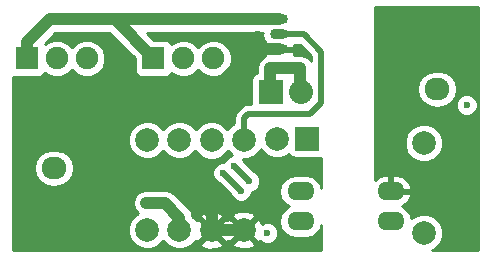
<source format=gbr>
G04 #@! TF.FileFunction,Copper,L2,Bot,Signal*
%FSLAX46Y46*%
G04 Gerber Fmt 4.6, Leading zero omitted, Abs format (unit mm)*
G04 Created by KiCad (PCBNEW 4.0.4-stable) date 01/15/17 13:44:32*
%MOMM*%
%LPD*%
G01*
G04 APERTURE LIST*
%ADD10C,0.100000*%
%ADD11C,0.600000*%
%ADD12O,2.300000X1.600000*%
%ADD13O,1.501140X0.899160*%
%ADD14O,2.100000X1.900000*%
%ADD15C,1.900000*%
%ADD16R,1.900000X1.900000*%
%ADD17R,2.000000X2.000000*%
%ADD18C,2.000000*%
%ADD19R,2.032000X2.032000*%
%ADD20O,2.032000X2.032000*%
%ADD21C,1.998980*%
%ADD22C,1.000000*%
%ADD23C,0.500000*%
%ADD24C,0.250000*%
G04 APERTURE END LIST*
D10*
D11*
X216890000Y-133465000D03*
X220125000Y-136600000D03*
X218665000Y-130265000D03*
X185775000Y-133825000D03*
X209925000Y-135275000D03*
X206875000Y-138475000D03*
X206451200Y-135712200D03*
X210075000Y-141650000D03*
X190475000Y-137550000D03*
X194437000Y-135407400D03*
X193125000Y-133200000D03*
X201725000Y-130650000D03*
X203600000Y-127075000D03*
X185800000Y-128425000D03*
X193850000Y-127450000D03*
X191425000Y-130025000D03*
X205550000Y-123925000D03*
X191000000Y-134800000D03*
X200675000Y-127700000D03*
D12*
X216750000Y-139800000D03*
X216750000Y-137260000D03*
X209130000Y-137260000D03*
X209130000Y-139800000D03*
D11*
X186375000Y-137700000D03*
X222800000Y-140275000D03*
X217600000Y-125925000D03*
X222800000Y-136075000D03*
X223189800Y-129946400D03*
X223175000Y-122825000D03*
X222875000Y-127175000D03*
X222290000Y-132340000D03*
X207391000Y-141757400D03*
X191650000Y-140925000D03*
X186050000Y-130650000D03*
X185925000Y-141150000D03*
X193525000Y-137675000D03*
X199339200Y-135001000D03*
X193750000Y-125350000D03*
X206324200Y-140792200D03*
X193875000Y-130650000D03*
D13*
X207300000Y-123970000D03*
X207300000Y-125240000D03*
X207300000Y-122700000D03*
D11*
X216650000Y-122675000D03*
D14*
X188250000Y-135300000D03*
X188250000Y-140300000D03*
X220700000Y-123600000D03*
X220700000Y-128600000D03*
D15*
X188500000Y-126000000D03*
X191040000Y-126000000D03*
D16*
X185960000Y-126000000D03*
D15*
X199200000Y-126000000D03*
X201740000Y-126000000D03*
D16*
X196660000Y-126000000D03*
D17*
X209700000Y-132800000D03*
D18*
X207160000Y-132800000D03*
D19*
X206600000Y-128850000D03*
D20*
X209140000Y-128850000D03*
D21*
X196164200Y-140538200D03*
X196164200Y-132918200D03*
X219557600Y-140792200D03*
X219557600Y-133172200D03*
X198882000Y-140538200D03*
X198882000Y-132918200D03*
X201599800Y-140563600D03*
X201599800Y-132943600D03*
X204317600Y-140538200D03*
X204317600Y-132918200D03*
D11*
X196088000Y-138226800D03*
X203500000Y-135100000D03*
X204800000Y-136400000D03*
X204100000Y-137200000D03*
X202600000Y-135700000D03*
D22*
X198882000Y-140538200D02*
X198882000Y-139471400D01*
X197637400Y-138226800D02*
X196088000Y-138226800D01*
X198882000Y-139471400D02*
X197637400Y-138226800D01*
X206575000Y-126825000D02*
X206575000Y-128825000D01*
X206575000Y-128825000D02*
X206600000Y-128850000D01*
X209100000Y-126825000D02*
X209100000Y-128810000D01*
X209100000Y-128810000D02*
X209140000Y-128850000D01*
X206575000Y-126825000D02*
X209100000Y-126825000D01*
X209150000Y-128840000D02*
X209140000Y-128850000D01*
X191800000Y-136800000D02*
X191750000Y-136800000D01*
X191750000Y-136800000D02*
X188250000Y-140300000D01*
X199200000Y-136800000D02*
X191800000Y-136800000D01*
X207300000Y-125240000D02*
X205260000Y-125240000D01*
X192200000Y-136400000D02*
X191800000Y-136800000D01*
X192200000Y-133000000D02*
X192200000Y-136400000D01*
X194700000Y-130500000D02*
X192200000Y-133000000D01*
X200000000Y-130500000D02*
X194700000Y-130500000D01*
X205260000Y-125240000D02*
X200000000Y-130500000D01*
X201600000Y-139200000D02*
X199200000Y-136800000D01*
X204300000Y-140500000D02*
X201600000Y-140500000D01*
X201600000Y-140500000D02*
X201600000Y-139200000D01*
X196660000Y-126000000D02*
X196660000Y-125960000D01*
X196660000Y-125960000D02*
X193400000Y-122700000D01*
X185960000Y-126000000D02*
X185960000Y-124640000D01*
X187900000Y-122700000D02*
X193400000Y-122700000D01*
X193400000Y-122700000D02*
X207300000Y-122700000D01*
X185960000Y-124640000D02*
X187900000Y-122700000D01*
D23*
X204700000Y-130700000D02*
X204350000Y-131050000D01*
X204350000Y-131050000D02*
X204350000Y-132830000D01*
X204350000Y-132830000D02*
X204300000Y-132880000D01*
X207300000Y-123970000D02*
X209420000Y-123970000D01*
X209420000Y-123970000D02*
X210900000Y-125450000D01*
X210900000Y-125450000D02*
X210900000Y-129750000D01*
X210900000Y-129750000D02*
X209950000Y-130700000D01*
X209950000Y-130700000D02*
X204700000Y-130700000D01*
X204800000Y-136400000D02*
X203500000Y-135100000D01*
X204100000Y-137200000D02*
X202600000Y-135700000D01*
D24*
G36*
X195072756Y-125963746D02*
X195072756Y-126950000D01*
X195116337Y-127181611D01*
X195253219Y-127394332D01*
X195462076Y-127537038D01*
X195710000Y-127587244D01*
X197610000Y-127587244D01*
X197841611Y-127543663D01*
X198054332Y-127406781D01*
X198186210Y-127213772D01*
X198306669Y-127334441D01*
X198885339Y-127574726D01*
X199511912Y-127575273D01*
X200091000Y-127335999D01*
X200470273Y-126957387D01*
X200846669Y-127334441D01*
X201425339Y-127574726D01*
X202051912Y-127575273D01*
X202631000Y-127335999D01*
X203074441Y-126893331D01*
X203314726Y-126314661D01*
X203315273Y-125688088D01*
X203075999Y-125109000D01*
X202633331Y-124665559D01*
X202054661Y-124425274D01*
X201428088Y-124424727D01*
X200849000Y-124664001D01*
X200469727Y-125042613D01*
X200093331Y-124665559D01*
X199514661Y-124425274D01*
X198888088Y-124424727D01*
X198309000Y-124664001D01*
X198184373Y-124788411D01*
X198066781Y-124605668D01*
X197857924Y-124462962D01*
X197610000Y-124412756D01*
X196703746Y-124412756D01*
X196115990Y-123825000D01*
X205926323Y-123825000D01*
X205897481Y-123970000D01*
X205979279Y-124381224D01*
X206131196Y-124608585D01*
X205964419Y-124949579D01*
X206089227Y-125115000D01*
X207175000Y-125115000D01*
X207175000Y-125095000D01*
X207425000Y-125095000D01*
X207425000Y-125115000D01*
X208510773Y-125115000D01*
X208635581Y-124949579D01*
X208584432Y-124845000D01*
X209057564Y-124845000D01*
X210025000Y-125812436D01*
X210025000Y-126223323D01*
X209895495Y-126029505D01*
X209530519Y-125785636D01*
X209100000Y-125700000D01*
X208552641Y-125700000D01*
X208635581Y-125530421D01*
X208510773Y-125365000D01*
X207425000Y-125365000D01*
X207425000Y-125385000D01*
X207175000Y-125385000D01*
X207175000Y-125365000D01*
X206089227Y-125365000D01*
X205964419Y-125530421D01*
X206102848Y-125813454D01*
X205779505Y-126029505D01*
X205535636Y-126394481D01*
X205450000Y-126825000D01*
X205450000Y-127221970D01*
X205352389Y-127240337D01*
X205139668Y-127377219D01*
X204996962Y-127586076D01*
X204946756Y-127834000D01*
X204946756Y-129825000D01*
X204700000Y-129825000D01*
X204365152Y-129891605D01*
X204081282Y-130081281D01*
X203731282Y-130431282D01*
X203541605Y-130715152D01*
X203475000Y-131050000D01*
X203475000Y-131508654D01*
X203398602Y-131540221D01*
X202945633Y-131992400D01*
X202521201Y-131567227D01*
X201924349Y-131319392D01*
X201278087Y-131318828D01*
X200680802Y-131565621D01*
X200253233Y-131992445D01*
X199803401Y-131541827D01*
X199206549Y-131293992D01*
X198560287Y-131293428D01*
X197963002Y-131540221D01*
X197522733Y-131979722D01*
X197085601Y-131541827D01*
X196488749Y-131293992D01*
X195842487Y-131293428D01*
X195245202Y-131540221D01*
X194787827Y-131996799D01*
X194539992Y-132593651D01*
X194539428Y-133239913D01*
X194786221Y-133837198D01*
X195242799Y-134294573D01*
X195839651Y-134542408D01*
X196485913Y-134542972D01*
X197083198Y-134296179D01*
X197523467Y-133856678D01*
X197960599Y-134294573D01*
X198557451Y-134542408D01*
X199203713Y-134542972D01*
X199800998Y-134296179D01*
X200228567Y-133869355D01*
X200678399Y-134319973D01*
X201275251Y-134567808D01*
X201921513Y-134568372D01*
X202518798Y-134321579D01*
X202971767Y-133869400D01*
X203288396Y-134186582D01*
X202976714Y-134315366D01*
X202716280Y-134575345D01*
X202633364Y-134775029D01*
X202416813Y-134774840D01*
X202076714Y-134915366D01*
X201816280Y-135175345D01*
X201675161Y-135515199D01*
X201674840Y-135883187D01*
X201815366Y-136223286D01*
X202075345Y-136483720D01*
X202196657Y-136534093D01*
X203265736Y-137603173D01*
X203315366Y-137723286D01*
X203575345Y-137983720D01*
X203915199Y-138124839D01*
X204283187Y-138125160D01*
X204623286Y-137984634D01*
X204883720Y-137724655D01*
X205024839Y-137384801D01*
X205024906Y-137307922D01*
X205323286Y-137184634D01*
X205583720Y-136924655D01*
X205724839Y-136584801D01*
X205725160Y-136216813D01*
X205584634Y-135876714D01*
X205324655Y-135616280D01*
X205203345Y-135565908D01*
X204334264Y-134696828D01*
X204284634Y-134576714D01*
X204250612Y-134542633D01*
X204639313Y-134542972D01*
X205236598Y-134296179D01*
X205693973Y-133839601D01*
X205762807Y-133673832D01*
X205781588Y-133719286D01*
X206238309Y-134176805D01*
X206835349Y-134424718D01*
X207481814Y-134425282D01*
X208079286Y-134178412D01*
X208153274Y-134104553D01*
X208243219Y-134244332D01*
X208452076Y-134387038D01*
X208700000Y-134437244D01*
X210700000Y-134437244D01*
X210875000Y-134404315D01*
X210875000Y-136934360D01*
X210831302Y-136714676D01*
X210522401Y-136252373D01*
X210060098Y-135943472D01*
X209514774Y-135835000D01*
X208745226Y-135835000D01*
X208199902Y-135943472D01*
X207737599Y-136252373D01*
X207428698Y-136714676D01*
X207320226Y-137260000D01*
X207428698Y-137805324D01*
X207737599Y-138267627D01*
X208130268Y-138530000D01*
X207737599Y-138792373D01*
X207428698Y-139254676D01*
X207320226Y-139800000D01*
X207428698Y-140345324D01*
X207737599Y-140807627D01*
X208199902Y-141116528D01*
X208745226Y-141225000D01*
X209514774Y-141225000D01*
X210060098Y-141116528D01*
X210522401Y-140807627D01*
X210831302Y-140345324D01*
X210875000Y-140125640D01*
X210875000Y-142250000D01*
X184800000Y-142250000D01*
X184800000Y-140859913D01*
X194539428Y-140859913D01*
X194786221Y-141457198D01*
X195242799Y-141914573D01*
X195839651Y-142162408D01*
X196485913Y-142162972D01*
X197083198Y-141916179D01*
X197523467Y-141476678D01*
X197960599Y-141914573D01*
X198557451Y-142162408D01*
X199203713Y-142162972D01*
X199800998Y-141916179D01*
X200008532Y-141709006D01*
X200631170Y-141709006D01*
X200730146Y-141973239D01*
X201335790Y-142198739D01*
X201981628Y-142175304D01*
X202469454Y-141973239D01*
X202568430Y-141709006D01*
X202543030Y-141683606D01*
X203348970Y-141683606D01*
X203447946Y-141947839D01*
X204053590Y-142173339D01*
X204699428Y-142149904D01*
X205187254Y-141947839D01*
X205286230Y-141683606D01*
X204317600Y-140714977D01*
X203348970Y-141683606D01*
X202543030Y-141683606D01*
X201599800Y-140740377D01*
X200631170Y-141709006D01*
X200008532Y-141709006D01*
X200258373Y-141459601D01*
X200258659Y-141458912D01*
X200454394Y-141532230D01*
X201423023Y-140563600D01*
X201776577Y-140563600D01*
X202745206Y-141532230D01*
X202992605Y-141439560D01*
X203172194Y-141506830D01*
X204140823Y-140538200D01*
X204494377Y-140538200D01*
X205463006Y-141506830D01*
X205657755Y-141433881D01*
X205799545Y-141575920D01*
X206139399Y-141717039D01*
X206507387Y-141717360D01*
X206847486Y-141576834D01*
X207107920Y-141316855D01*
X207249039Y-140977001D01*
X207249360Y-140609013D01*
X207108834Y-140268914D01*
X206848855Y-140008480D01*
X206509001Y-139867361D01*
X206141013Y-139867040D01*
X205857911Y-139984015D01*
X205727239Y-139668546D01*
X205463006Y-139569570D01*
X204494377Y-140538200D01*
X204140823Y-140538200D01*
X203172194Y-139569570D01*
X202924795Y-139662240D01*
X202745206Y-139594970D01*
X201776577Y-140563600D01*
X201423023Y-140563600D01*
X200454394Y-139594970D01*
X200277366Y-139661281D01*
X200259979Y-139619202D01*
X200059321Y-139418194D01*
X200631170Y-139418194D01*
X201599800Y-140386823D01*
X202568430Y-139418194D01*
X202558916Y-139392794D01*
X203348970Y-139392794D01*
X204317600Y-140361423D01*
X205286230Y-139392794D01*
X205187254Y-139128561D01*
X204581610Y-138903061D01*
X203935772Y-138926496D01*
X203447946Y-139128561D01*
X203348970Y-139392794D01*
X202558916Y-139392794D01*
X202469454Y-139153961D01*
X201863810Y-138928461D01*
X201217972Y-138951896D01*
X200730146Y-139153961D01*
X200631170Y-139418194D01*
X200059321Y-139418194D01*
X199980763Y-139339499D01*
X199921364Y-139040881D01*
X199677495Y-138675905D01*
X198432895Y-137431305D01*
X198360881Y-137383187D01*
X198067919Y-137187436D01*
X197637400Y-137101800D01*
X196088000Y-137101800D01*
X195657481Y-137187436D01*
X195292505Y-137431305D01*
X195048636Y-137796281D01*
X194963000Y-138226800D01*
X195048636Y-138657319D01*
X195292505Y-139022295D01*
X195401978Y-139095442D01*
X195245202Y-139160221D01*
X194787827Y-139616799D01*
X194539992Y-140213651D01*
X194539428Y-140859913D01*
X184800000Y-140859913D01*
X184800000Y-135300000D01*
X186542185Y-135300000D01*
X186662075Y-135902726D01*
X187003492Y-136413693D01*
X187514459Y-136755110D01*
X188117185Y-136875000D01*
X188382815Y-136875000D01*
X188985541Y-136755110D01*
X189496508Y-136413693D01*
X189837925Y-135902726D01*
X189957815Y-135300000D01*
X189837925Y-134697274D01*
X189496508Y-134186307D01*
X188985541Y-133844890D01*
X188382815Y-133725000D01*
X188117185Y-133725000D01*
X187514459Y-133844890D01*
X187003492Y-134186307D01*
X186662075Y-134697274D01*
X186542185Y-135300000D01*
X184800000Y-135300000D01*
X184800000Y-127544718D01*
X185010000Y-127587244D01*
X186910000Y-127587244D01*
X187141611Y-127543663D01*
X187354332Y-127406781D01*
X187486210Y-127213772D01*
X187606669Y-127334441D01*
X188185339Y-127574726D01*
X188811912Y-127575273D01*
X189391000Y-127335999D01*
X189770273Y-126957387D01*
X190146669Y-127334441D01*
X190725339Y-127574726D01*
X191351912Y-127575273D01*
X191931000Y-127335999D01*
X192374441Y-126893331D01*
X192614726Y-126314661D01*
X192615273Y-125688088D01*
X192375999Y-125109000D01*
X191933331Y-124665559D01*
X191354661Y-124425274D01*
X190728088Y-124424727D01*
X190149000Y-124664001D01*
X189769727Y-125042613D01*
X189393331Y-124665559D01*
X188814661Y-124425274D01*
X188188088Y-124424727D01*
X187609000Y-124664001D01*
X187484373Y-124788411D01*
X187452348Y-124738642D01*
X188365990Y-123825000D01*
X192934010Y-123825000D01*
X195072756Y-125963746D01*
X195072756Y-125963746D01*
G37*
X195072756Y-125963746D02*
X195072756Y-126950000D01*
X195116337Y-127181611D01*
X195253219Y-127394332D01*
X195462076Y-127537038D01*
X195710000Y-127587244D01*
X197610000Y-127587244D01*
X197841611Y-127543663D01*
X198054332Y-127406781D01*
X198186210Y-127213772D01*
X198306669Y-127334441D01*
X198885339Y-127574726D01*
X199511912Y-127575273D01*
X200091000Y-127335999D01*
X200470273Y-126957387D01*
X200846669Y-127334441D01*
X201425339Y-127574726D01*
X202051912Y-127575273D01*
X202631000Y-127335999D01*
X203074441Y-126893331D01*
X203314726Y-126314661D01*
X203315273Y-125688088D01*
X203075999Y-125109000D01*
X202633331Y-124665559D01*
X202054661Y-124425274D01*
X201428088Y-124424727D01*
X200849000Y-124664001D01*
X200469727Y-125042613D01*
X200093331Y-124665559D01*
X199514661Y-124425274D01*
X198888088Y-124424727D01*
X198309000Y-124664001D01*
X198184373Y-124788411D01*
X198066781Y-124605668D01*
X197857924Y-124462962D01*
X197610000Y-124412756D01*
X196703746Y-124412756D01*
X196115990Y-123825000D01*
X205926323Y-123825000D01*
X205897481Y-123970000D01*
X205979279Y-124381224D01*
X206131196Y-124608585D01*
X205964419Y-124949579D01*
X206089227Y-125115000D01*
X207175000Y-125115000D01*
X207175000Y-125095000D01*
X207425000Y-125095000D01*
X207425000Y-125115000D01*
X208510773Y-125115000D01*
X208635581Y-124949579D01*
X208584432Y-124845000D01*
X209057564Y-124845000D01*
X210025000Y-125812436D01*
X210025000Y-126223323D01*
X209895495Y-126029505D01*
X209530519Y-125785636D01*
X209100000Y-125700000D01*
X208552641Y-125700000D01*
X208635581Y-125530421D01*
X208510773Y-125365000D01*
X207425000Y-125365000D01*
X207425000Y-125385000D01*
X207175000Y-125385000D01*
X207175000Y-125365000D01*
X206089227Y-125365000D01*
X205964419Y-125530421D01*
X206102848Y-125813454D01*
X205779505Y-126029505D01*
X205535636Y-126394481D01*
X205450000Y-126825000D01*
X205450000Y-127221970D01*
X205352389Y-127240337D01*
X205139668Y-127377219D01*
X204996962Y-127586076D01*
X204946756Y-127834000D01*
X204946756Y-129825000D01*
X204700000Y-129825000D01*
X204365152Y-129891605D01*
X204081282Y-130081281D01*
X203731282Y-130431282D01*
X203541605Y-130715152D01*
X203475000Y-131050000D01*
X203475000Y-131508654D01*
X203398602Y-131540221D01*
X202945633Y-131992400D01*
X202521201Y-131567227D01*
X201924349Y-131319392D01*
X201278087Y-131318828D01*
X200680802Y-131565621D01*
X200253233Y-131992445D01*
X199803401Y-131541827D01*
X199206549Y-131293992D01*
X198560287Y-131293428D01*
X197963002Y-131540221D01*
X197522733Y-131979722D01*
X197085601Y-131541827D01*
X196488749Y-131293992D01*
X195842487Y-131293428D01*
X195245202Y-131540221D01*
X194787827Y-131996799D01*
X194539992Y-132593651D01*
X194539428Y-133239913D01*
X194786221Y-133837198D01*
X195242799Y-134294573D01*
X195839651Y-134542408D01*
X196485913Y-134542972D01*
X197083198Y-134296179D01*
X197523467Y-133856678D01*
X197960599Y-134294573D01*
X198557451Y-134542408D01*
X199203713Y-134542972D01*
X199800998Y-134296179D01*
X200228567Y-133869355D01*
X200678399Y-134319973D01*
X201275251Y-134567808D01*
X201921513Y-134568372D01*
X202518798Y-134321579D01*
X202971767Y-133869400D01*
X203288396Y-134186582D01*
X202976714Y-134315366D01*
X202716280Y-134575345D01*
X202633364Y-134775029D01*
X202416813Y-134774840D01*
X202076714Y-134915366D01*
X201816280Y-135175345D01*
X201675161Y-135515199D01*
X201674840Y-135883187D01*
X201815366Y-136223286D01*
X202075345Y-136483720D01*
X202196657Y-136534093D01*
X203265736Y-137603173D01*
X203315366Y-137723286D01*
X203575345Y-137983720D01*
X203915199Y-138124839D01*
X204283187Y-138125160D01*
X204623286Y-137984634D01*
X204883720Y-137724655D01*
X205024839Y-137384801D01*
X205024906Y-137307922D01*
X205323286Y-137184634D01*
X205583720Y-136924655D01*
X205724839Y-136584801D01*
X205725160Y-136216813D01*
X205584634Y-135876714D01*
X205324655Y-135616280D01*
X205203345Y-135565908D01*
X204334264Y-134696828D01*
X204284634Y-134576714D01*
X204250612Y-134542633D01*
X204639313Y-134542972D01*
X205236598Y-134296179D01*
X205693973Y-133839601D01*
X205762807Y-133673832D01*
X205781588Y-133719286D01*
X206238309Y-134176805D01*
X206835349Y-134424718D01*
X207481814Y-134425282D01*
X208079286Y-134178412D01*
X208153274Y-134104553D01*
X208243219Y-134244332D01*
X208452076Y-134387038D01*
X208700000Y-134437244D01*
X210700000Y-134437244D01*
X210875000Y-134404315D01*
X210875000Y-136934360D01*
X210831302Y-136714676D01*
X210522401Y-136252373D01*
X210060098Y-135943472D01*
X209514774Y-135835000D01*
X208745226Y-135835000D01*
X208199902Y-135943472D01*
X207737599Y-136252373D01*
X207428698Y-136714676D01*
X207320226Y-137260000D01*
X207428698Y-137805324D01*
X207737599Y-138267627D01*
X208130268Y-138530000D01*
X207737599Y-138792373D01*
X207428698Y-139254676D01*
X207320226Y-139800000D01*
X207428698Y-140345324D01*
X207737599Y-140807627D01*
X208199902Y-141116528D01*
X208745226Y-141225000D01*
X209514774Y-141225000D01*
X210060098Y-141116528D01*
X210522401Y-140807627D01*
X210831302Y-140345324D01*
X210875000Y-140125640D01*
X210875000Y-142250000D01*
X184800000Y-142250000D01*
X184800000Y-140859913D01*
X194539428Y-140859913D01*
X194786221Y-141457198D01*
X195242799Y-141914573D01*
X195839651Y-142162408D01*
X196485913Y-142162972D01*
X197083198Y-141916179D01*
X197523467Y-141476678D01*
X197960599Y-141914573D01*
X198557451Y-142162408D01*
X199203713Y-142162972D01*
X199800998Y-141916179D01*
X200008532Y-141709006D01*
X200631170Y-141709006D01*
X200730146Y-141973239D01*
X201335790Y-142198739D01*
X201981628Y-142175304D01*
X202469454Y-141973239D01*
X202568430Y-141709006D01*
X202543030Y-141683606D01*
X203348970Y-141683606D01*
X203447946Y-141947839D01*
X204053590Y-142173339D01*
X204699428Y-142149904D01*
X205187254Y-141947839D01*
X205286230Y-141683606D01*
X204317600Y-140714977D01*
X203348970Y-141683606D01*
X202543030Y-141683606D01*
X201599800Y-140740377D01*
X200631170Y-141709006D01*
X200008532Y-141709006D01*
X200258373Y-141459601D01*
X200258659Y-141458912D01*
X200454394Y-141532230D01*
X201423023Y-140563600D01*
X201776577Y-140563600D01*
X202745206Y-141532230D01*
X202992605Y-141439560D01*
X203172194Y-141506830D01*
X204140823Y-140538200D01*
X204494377Y-140538200D01*
X205463006Y-141506830D01*
X205657755Y-141433881D01*
X205799545Y-141575920D01*
X206139399Y-141717039D01*
X206507387Y-141717360D01*
X206847486Y-141576834D01*
X207107920Y-141316855D01*
X207249039Y-140977001D01*
X207249360Y-140609013D01*
X207108834Y-140268914D01*
X206848855Y-140008480D01*
X206509001Y-139867361D01*
X206141013Y-139867040D01*
X205857911Y-139984015D01*
X205727239Y-139668546D01*
X205463006Y-139569570D01*
X204494377Y-140538200D01*
X204140823Y-140538200D01*
X203172194Y-139569570D01*
X202924795Y-139662240D01*
X202745206Y-139594970D01*
X201776577Y-140563600D01*
X201423023Y-140563600D01*
X200454394Y-139594970D01*
X200277366Y-139661281D01*
X200259979Y-139619202D01*
X200059321Y-139418194D01*
X200631170Y-139418194D01*
X201599800Y-140386823D01*
X202568430Y-139418194D01*
X202558916Y-139392794D01*
X203348970Y-139392794D01*
X204317600Y-140361423D01*
X205286230Y-139392794D01*
X205187254Y-139128561D01*
X204581610Y-138903061D01*
X203935772Y-138926496D01*
X203447946Y-139128561D01*
X203348970Y-139392794D01*
X202558916Y-139392794D01*
X202469454Y-139153961D01*
X201863810Y-138928461D01*
X201217972Y-138951896D01*
X200730146Y-139153961D01*
X200631170Y-139418194D01*
X200059321Y-139418194D01*
X199980763Y-139339499D01*
X199921364Y-139040881D01*
X199677495Y-138675905D01*
X198432895Y-137431305D01*
X198360881Y-137383187D01*
X198067919Y-137187436D01*
X197637400Y-137101800D01*
X196088000Y-137101800D01*
X195657481Y-137187436D01*
X195292505Y-137431305D01*
X195048636Y-137796281D01*
X194963000Y-138226800D01*
X195048636Y-138657319D01*
X195292505Y-139022295D01*
X195401978Y-139095442D01*
X195245202Y-139160221D01*
X194787827Y-139616799D01*
X194539992Y-140213651D01*
X194539428Y-140859913D01*
X184800000Y-140859913D01*
X184800000Y-135300000D01*
X186542185Y-135300000D01*
X186662075Y-135902726D01*
X187003492Y-136413693D01*
X187514459Y-136755110D01*
X188117185Y-136875000D01*
X188382815Y-136875000D01*
X188985541Y-136755110D01*
X189496508Y-136413693D01*
X189837925Y-135902726D01*
X189957815Y-135300000D01*
X189837925Y-134697274D01*
X189496508Y-134186307D01*
X188985541Y-133844890D01*
X188382815Y-133725000D01*
X188117185Y-133725000D01*
X187514459Y-133844890D01*
X187003492Y-134186307D01*
X186662075Y-134697274D01*
X186542185Y-135300000D01*
X184800000Y-135300000D01*
X184800000Y-127544718D01*
X185010000Y-127587244D01*
X186910000Y-127587244D01*
X187141611Y-127543663D01*
X187354332Y-127406781D01*
X187486210Y-127213772D01*
X187606669Y-127334441D01*
X188185339Y-127574726D01*
X188811912Y-127575273D01*
X189391000Y-127335999D01*
X189770273Y-126957387D01*
X190146669Y-127334441D01*
X190725339Y-127574726D01*
X191351912Y-127575273D01*
X191931000Y-127335999D01*
X192374441Y-126893331D01*
X192614726Y-126314661D01*
X192615273Y-125688088D01*
X192375999Y-125109000D01*
X191933331Y-124665559D01*
X191354661Y-124425274D01*
X190728088Y-124424727D01*
X190149000Y-124664001D01*
X189769727Y-125042613D01*
X189393331Y-124665559D01*
X188814661Y-124425274D01*
X188188088Y-124424727D01*
X187609000Y-124664001D01*
X187484373Y-124788411D01*
X187452348Y-124738642D01*
X188365990Y-123825000D01*
X192934010Y-123825000D01*
X195072756Y-125963746D01*
G36*
X224150000Y-142250000D02*
X220283416Y-142250000D01*
X220476598Y-142170179D01*
X220933973Y-141713601D01*
X221181808Y-141116749D01*
X221182372Y-140470487D01*
X220935579Y-139873202D01*
X220479001Y-139415827D01*
X219882149Y-139167992D01*
X219235887Y-139167428D01*
X218638602Y-139414221D01*
X218508810Y-139543787D01*
X218451302Y-139254676D01*
X218142401Y-138792373D01*
X217751737Y-138531340D01*
X217760809Y-138528693D01*
X218196016Y-138179239D01*
X218464364Y-137689839D01*
X218482476Y-137605521D01*
X218362577Y-137385000D01*
X216875000Y-137385000D01*
X216875000Y-137405000D01*
X216625000Y-137405000D01*
X216625000Y-137385000D01*
X216605000Y-137385000D01*
X216605000Y-137135000D01*
X216625000Y-137135000D01*
X216625000Y-135835000D01*
X216875000Y-135835000D01*
X216875000Y-137135000D01*
X218362577Y-137135000D01*
X218482476Y-136914479D01*
X218464364Y-136830161D01*
X218196016Y-136340761D01*
X217760809Y-135991307D01*
X217225000Y-135835000D01*
X216875000Y-135835000D01*
X216625000Y-135835000D01*
X216275000Y-135835000D01*
X215739191Y-135991307D01*
X215400000Y-136263664D01*
X215400000Y-133493913D01*
X217932828Y-133493913D01*
X218179621Y-134091198D01*
X218636199Y-134548573D01*
X219233051Y-134796408D01*
X219879313Y-134796972D01*
X220476598Y-134550179D01*
X220933973Y-134093601D01*
X221181808Y-133496749D01*
X221182372Y-132850487D01*
X220935579Y-132253202D01*
X220479001Y-131795827D01*
X219882149Y-131547992D01*
X219235887Y-131547428D01*
X218638602Y-131794221D01*
X218181227Y-132250799D01*
X217933392Y-132847651D01*
X217932828Y-133493913D01*
X215400000Y-133493913D01*
X215400000Y-128600000D01*
X218992185Y-128600000D01*
X219112075Y-129202726D01*
X219453492Y-129713693D01*
X219964459Y-130055110D01*
X220567185Y-130175000D01*
X220832815Y-130175000D01*
X221061120Y-130129587D01*
X222264640Y-130129587D01*
X222405166Y-130469686D01*
X222665145Y-130730120D01*
X223004999Y-130871239D01*
X223372987Y-130871560D01*
X223713086Y-130731034D01*
X223973520Y-130471055D01*
X224114639Y-130131201D01*
X224114960Y-129763213D01*
X223974434Y-129423114D01*
X223714455Y-129162680D01*
X223374601Y-129021561D01*
X223006613Y-129021240D01*
X222666514Y-129161766D01*
X222406080Y-129421745D01*
X222264961Y-129761599D01*
X222264640Y-130129587D01*
X221061120Y-130129587D01*
X221435541Y-130055110D01*
X221946508Y-129713693D01*
X222287925Y-129202726D01*
X222407815Y-128600000D01*
X222287925Y-127997274D01*
X221946508Y-127486307D01*
X221435541Y-127144890D01*
X220832815Y-127025000D01*
X220567185Y-127025000D01*
X219964459Y-127144890D01*
X219453492Y-127486307D01*
X219112075Y-127997274D01*
X218992185Y-128600000D01*
X215400000Y-128600000D01*
X215400000Y-121650000D01*
X224150000Y-121650000D01*
X224150000Y-142250000D01*
X224150000Y-142250000D01*
G37*
X224150000Y-142250000D02*
X220283416Y-142250000D01*
X220476598Y-142170179D01*
X220933973Y-141713601D01*
X221181808Y-141116749D01*
X221182372Y-140470487D01*
X220935579Y-139873202D01*
X220479001Y-139415827D01*
X219882149Y-139167992D01*
X219235887Y-139167428D01*
X218638602Y-139414221D01*
X218508810Y-139543787D01*
X218451302Y-139254676D01*
X218142401Y-138792373D01*
X217751737Y-138531340D01*
X217760809Y-138528693D01*
X218196016Y-138179239D01*
X218464364Y-137689839D01*
X218482476Y-137605521D01*
X218362577Y-137385000D01*
X216875000Y-137385000D01*
X216875000Y-137405000D01*
X216625000Y-137405000D01*
X216625000Y-137385000D01*
X216605000Y-137385000D01*
X216605000Y-137135000D01*
X216625000Y-137135000D01*
X216625000Y-135835000D01*
X216875000Y-135835000D01*
X216875000Y-137135000D01*
X218362577Y-137135000D01*
X218482476Y-136914479D01*
X218464364Y-136830161D01*
X218196016Y-136340761D01*
X217760809Y-135991307D01*
X217225000Y-135835000D01*
X216875000Y-135835000D01*
X216625000Y-135835000D01*
X216275000Y-135835000D01*
X215739191Y-135991307D01*
X215400000Y-136263664D01*
X215400000Y-133493913D01*
X217932828Y-133493913D01*
X218179621Y-134091198D01*
X218636199Y-134548573D01*
X219233051Y-134796408D01*
X219879313Y-134796972D01*
X220476598Y-134550179D01*
X220933973Y-134093601D01*
X221181808Y-133496749D01*
X221182372Y-132850487D01*
X220935579Y-132253202D01*
X220479001Y-131795827D01*
X219882149Y-131547992D01*
X219235887Y-131547428D01*
X218638602Y-131794221D01*
X218181227Y-132250799D01*
X217933392Y-132847651D01*
X217932828Y-133493913D01*
X215400000Y-133493913D01*
X215400000Y-128600000D01*
X218992185Y-128600000D01*
X219112075Y-129202726D01*
X219453492Y-129713693D01*
X219964459Y-130055110D01*
X220567185Y-130175000D01*
X220832815Y-130175000D01*
X221061120Y-130129587D01*
X222264640Y-130129587D01*
X222405166Y-130469686D01*
X222665145Y-130730120D01*
X223004999Y-130871239D01*
X223372987Y-130871560D01*
X223713086Y-130731034D01*
X223973520Y-130471055D01*
X224114639Y-130131201D01*
X224114960Y-129763213D01*
X223974434Y-129423114D01*
X223714455Y-129162680D01*
X223374601Y-129021561D01*
X223006613Y-129021240D01*
X222666514Y-129161766D01*
X222406080Y-129421745D01*
X222264961Y-129761599D01*
X222264640Y-130129587D01*
X221061120Y-130129587D01*
X221435541Y-130055110D01*
X221946508Y-129713693D01*
X222287925Y-129202726D01*
X222407815Y-128600000D01*
X222287925Y-127997274D01*
X221946508Y-127486307D01*
X221435541Y-127144890D01*
X220832815Y-127025000D01*
X220567185Y-127025000D01*
X219964459Y-127144890D01*
X219453492Y-127486307D01*
X219112075Y-127997274D01*
X218992185Y-128600000D01*
X215400000Y-128600000D01*
X215400000Y-121650000D01*
X224150000Y-121650000D01*
X224150000Y-142250000D01*
M02*

</source>
